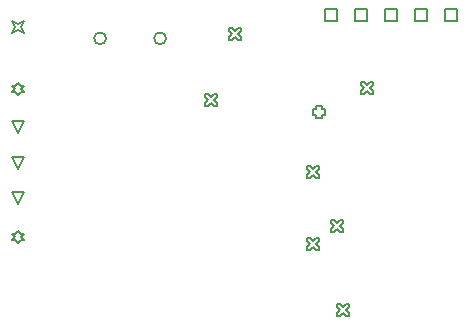
<source format=gbr>
%TF.GenerationSoftware,Altium Limited,Altium Designer,24.0.1 (36)*%
G04 Layer_Color=2752767*
%FSLAX45Y45*%
%MOMM*%
%TF.SameCoordinates,EA0AF7FB-948C-45CD-8237-9CE77542C851*%
%TF.FilePolarity,Positive*%
%TF.FileFunction,Drawing*%
%TF.Part,Single*%
G01*
G75*
%TA.AperFunction,NonConductor*%
%ADD38C,0.12700*%
%ADD72C,0.16933*%
D38*
X350000Y1745615D02*
X299200Y1847215D01*
X400800D01*
X350000Y1745615D01*
Y1445615D02*
X299200Y1547215D01*
X400800D01*
X350000Y1445615D01*
Y1145615D02*
X299200Y1247215D01*
X400800D01*
X350000Y1145615D01*
Y2070615D02*
X375400Y2096015D01*
X400800D01*
X375400Y2121415D01*
X400800Y2146815D01*
X375400D01*
X350000Y2172215D01*
X324600Y2146815D01*
X299200D01*
X324600Y2121415D01*
X299200Y2096015D01*
X324600D01*
X350000Y2070615D01*
Y820615D02*
X375400Y846015D01*
X400800D01*
X375400Y871415D01*
X400800Y896815D01*
X375400D01*
X350000Y922215D01*
X324600Y896815D01*
X299200D01*
X324600Y871415D01*
X299200Y846015D01*
X324600D01*
X350000Y820615D01*
X3965200Y2699200D02*
Y2800800D01*
X4066800D01*
Y2699200D01*
X3965200D01*
X2949200D02*
Y2800800D01*
X3050800D01*
Y2699200D01*
X2949200D01*
X3203200D02*
Y2800800D01*
X3304800D01*
Y2699200D01*
X3203200D01*
X3457200D02*
Y2800800D01*
X3558800D01*
Y2699200D01*
X3457200D01*
X3711200D02*
Y2800800D01*
X3812800D01*
Y2699200D01*
X3711200D01*
X299200Y2599200D02*
X324600Y2650000D01*
X299200Y2700800D01*
X350000Y2675400D01*
X400800Y2700800D01*
X375400Y2650000D01*
X400800Y2599200D01*
X350000Y2624600D01*
X299200Y2599200D01*
X3048000Y203200D02*
X3073400D01*
X3098800Y228600D01*
X3124200Y203200D01*
X3149600D01*
Y228600D01*
X3124200Y254000D01*
X3149600Y279400D01*
Y304800D01*
X3124200D01*
X3098800Y279400D01*
X3073400Y304800D01*
X3048000D01*
Y279400D01*
X3073400Y254000D01*
X3048000Y228600D01*
Y203200D01*
X2794000Y762000D02*
X2819400D01*
X2844800Y787400D01*
X2870200Y762000D01*
X2895600D01*
Y787400D01*
X2870200Y812800D01*
X2895600Y838200D01*
Y863600D01*
X2870200D01*
X2844800Y838200D01*
X2819400Y863600D01*
X2794000D01*
Y838200D01*
X2819400Y812800D01*
X2794000Y787400D01*
Y762000D01*
Y1371600D02*
X2819400D01*
X2844800Y1397000D01*
X2870200Y1371600D01*
X2895600D01*
Y1397000D01*
X2870200Y1422400D01*
X2895600Y1447800D01*
Y1473200D01*
X2870200D01*
X2844800Y1447800D01*
X2819400Y1473200D01*
X2794000D01*
Y1447800D01*
X2819400Y1422400D01*
X2794000Y1397000D01*
Y1371600D01*
X2870200Y1905000D02*
Y1879600D01*
X2921000D01*
Y1905000D01*
X2946400D01*
Y1955800D01*
X2921000D01*
Y1981200D01*
X2870200D01*
Y1955800D01*
X2844800D01*
Y1905000D01*
X2870200D01*
X2133600Y2540000D02*
X2159000D01*
X2184400Y2565400D01*
X2209800Y2540000D01*
X2235200D01*
Y2565400D01*
X2209800Y2590800D01*
X2235200Y2616200D01*
Y2641600D01*
X2209800D01*
X2184400Y2616200D01*
X2159000Y2641600D01*
X2133600D01*
Y2616200D01*
X2159000Y2590800D01*
X2133600Y2565400D01*
Y2540000D01*
X1930400Y1981200D02*
X1955800D01*
X1981200Y2006600D01*
X2006600Y1981200D01*
X2032000D01*
Y2006600D01*
X2006600Y2032000D01*
X2032000Y2057400D01*
Y2082800D01*
X2006600D01*
X1981200Y2057400D01*
X1955800Y2082800D01*
X1930400D01*
Y2057400D01*
X1955800Y2032000D01*
X1930400Y2006600D01*
Y1981200D01*
X2997200Y914400D02*
X3022600D01*
X3048000Y939800D01*
X3073400Y914400D01*
X3098800D01*
Y939800D01*
X3073400Y965200D01*
X3098800Y990600D01*
Y1016000D01*
X3073400D01*
X3048000Y990600D01*
X3022600Y1016000D01*
X2997200D01*
Y990600D01*
X3022600Y965200D01*
X2997200Y939800D01*
Y914400D01*
X3251200Y2082800D02*
X3276600D01*
X3302000Y2108200D01*
X3327400Y2082800D01*
X3352800D01*
Y2108200D01*
X3327400Y2133600D01*
X3352800Y2159000D01*
Y2184400D01*
X3327400D01*
X3302000Y2159000D01*
X3276600Y2184400D01*
X3251200D01*
Y2159000D01*
X3276600Y2133600D01*
X3251200Y2108200D01*
Y2082800D01*
D72*
X1604800Y2550000D02*
G03*
X1604800Y2550000I-50800J0D01*
G01*
X1096800D02*
G03*
X1096800Y2550000I-50800J0D01*
G01*
%TF.MD5,1731a6dc9001239716814a2ccb795a3c*%
M02*

</source>
